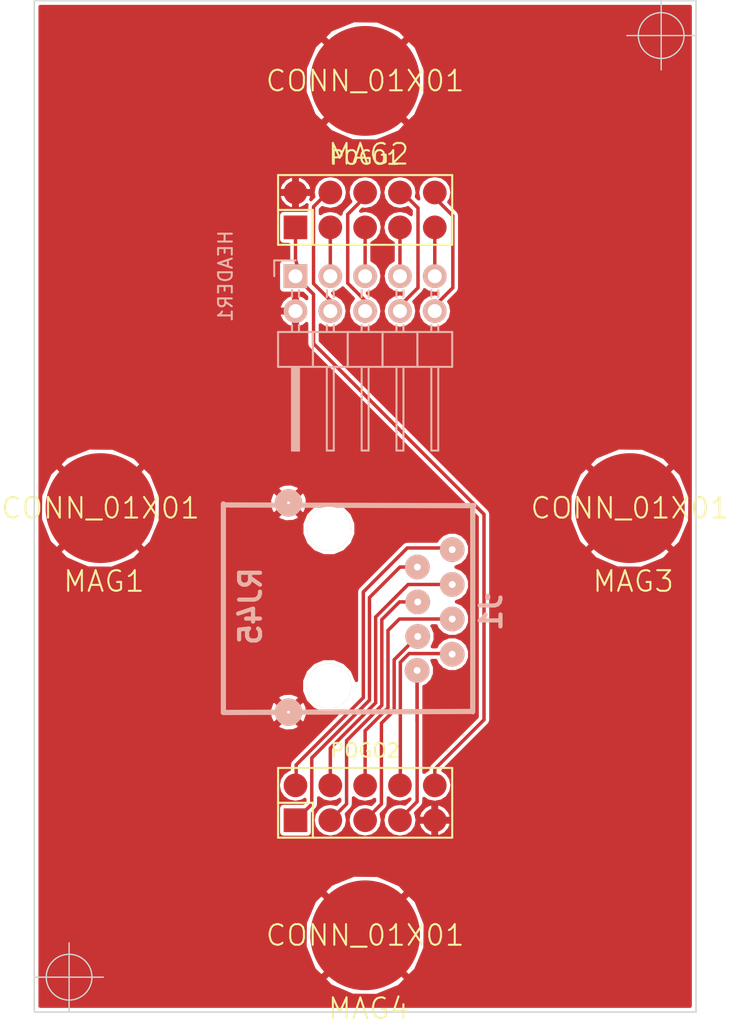
<source format=kicad_pcb>
(kicad_pcb (version 4) (host pcbnew "(after 2015-may-01 BZR unknown)-product")

  (general
    (links 26)
    (no_connects 0)
    (area 201.341001 56.619999 254.999 131.401)
    (thickness 1.6)
    (drawings 6)
    (tracks 107)
    (zones 0)
    (modules 8)
    (nets 19)
  )

  (page A4)
  (layers
    (0 F.Cu signal)
    (31 B.Cu signal)
    (32 B.Adhes user)
    (33 F.Adhes user)
    (34 B.Paste user)
    (35 F.Paste user)
    (36 B.SilkS user)
    (37 F.SilkS user)
    (38 B.Mask user)
    (39 F.Mask user)
    (40 Dwgs.User user)
    (41 Cmts.User user)
    (42 Eco1.User user)
    (43 Eco2.User user)
    (44 Edge.Cuts user)
    (45 Margin user)
    (46 B.CrtYd user)
    (47 F.CrtYd user)
    (48 B.Fab user)
    (49 F.Fab user)
  )

  (setup
    (last_trace_width 0.25)
    (trace_clearance 0.2)
    (zone_clearance 0.254)
    (zone_45_only no)
    (trace_min 0.2)
    (segment_width 0.2)
    (edge_width 0.1)
    (via_size 0.6)
    (via_drill 0.4)
    (via_min_size 0.4)
    (via_min_drill 0.3)
    (uvia_size 0.3)
    (uvia_drill 0.1)
    (uvias_allowed no)
    (uvia_min_size 0.2)
    (uvia_min_drill 0.1)
    (pcb_text_width 0.3)
    (pcb_text_size 1.5 1.5)
    (mod_edge_width 0.15)
    (mod_text_size 1 1)
    (mod_text_width 0.15)
    (pad_size 8.001 8.001)
    (pad_drill 0)
    (pad_to_mask_clearance 0)
    (aux_axis_origin 204.02 130.39)
    (grid_origin 204.02 130.39)
    (visible_elements FFFFFF7F)
    (pcbplotparams
      (layerselection 0x01000_00000001)
      (usegerberextensions false)
      (excludeedgelayer true)
      (linewidth 0.100000)
      (plotframeref false)
      (viasonmask false)
      (mode 1)
      (useauxorigin false)
      (hpglpennumber 1)
      (hpglpenspeed 20)
      (hpglpendiameter 15)
      (hpglpenoverlay 2)
      (psnegative false)
      (psa4output false)
      (plotreference true)
      (plotvalue true)
      (plotinvisibletext false)
      (padsonsilk false)
      (subtractmaskfromsilk false)
      (outputformat 1)
      (mirror false)
      (drillshape 0)
      (scaleselection 1)
      (outputdirectory outputs/))
  )

  (net 0 "")
  (net 1 "Net-(HEADER1-Pad3)")
  (net 2 "Net-(HEADER1-Pad4)")
  (net 3 "Net-(HEADER1-Pad5)")
  (net 4 "Net-(HEADER1-Pad6)")
  (net 5 "Net-(HEADER1-Pad7)")
  (net 6 "Net-(HEADER1-Pad8)")
  (net 7 "Net-(J1-Pad7)")
  (net 8 "Net-(J1-Pad5)")
  (net 9 "Net-(J1-Pad3)")
  (net 10 "Net-(J1-Pad1)")
  (net 11 "Net-(J1-Pad8)")
  (net 12 "Net-(J1-Pad6)")
  (net 13 "Net-(J1-Pad4)")
  (net 14 "Net-(J1-Pad2)")
  (net 15 GND)
  (net 16 +5V)
  (net 17 "Net-(HEADER1-Pad9)")
  (net 18 "Net-(HEADER1-Pad10)")

  (net_class Default "This is the default net class."
    (clearance 0.2)
    (trace_width 0.25)
    (via_dia 0.6)
    (via_drill 0.4)
    (uvia_dia 0.3)
    (uvia_drill 0.1)
    (add_net +5V)
    (add_net GND)
    (add_net "Net-(HEADER1-Pad10)")
    (add_net "Net-(HEADER1-Pad3)")
    (add_net "Net-(HEADER1-Pad4)")
    (add_net "Net-(HEADER1-Pad5)")
    (add_net "Net-(HEADER1-Pad6)")
    (add_net "Net-(HEADER1-Pad7)")
    (add_net "Net-(HEADER1-Pad8)")
    (add_net "Net-(HEADER1-Pad9)")
    (add_net "Net-(J1-Pad1)")
    (add_net "Net-(J1-Pad2)")
    (add_net "Net-(J1-Pad3)")
    (add_net "Net-(J1-Pad4)")
    (add_net "Net-(J1-Pad5)")
    (add_net "Net-(J1-Pad6)")
    (add_net "Net-(J1-Pad7)")
    (add_net "Net-(J1-Pad8)")
  )

  (module Pin_Headers:Pin_Header_Angled_2x05 placed (layer B.Cu) (tedit 0) (tstamp 55582768)
    (at 223.09 76.736 270)
    (descr "Through hole pin header")
    (tags "pin header")
    (path /55581036)
    (fp_text reference HEADER1 (at 0 5.1 270) (layer B.SilkS)
      (effects (font (size 1 1) (thickness 0.15)) (justify mirror))
    )
    (fp_text value CONN_02X05 (at 0 3.1 270) (layer B.Fab)
      (effects (font (size 1 1) (thickness 0.15)) (justify mirror))
    )
    (fp_line (start -1.35 1.75) (end -1.35 -11.95) (layer B.CrtYd) (width 0.05))
    (fp_line (start 13.2 1.75) (end 13.2 -11.95) (layer B.CrtYd) (width 0.05))
    (fp_line (start -1.35 1.75) (end 13.2 1.75) (layer B.CrtYd) (width 0.05))
    (fp_line (start -1.35 -11.95) (end 13.2 -11.95) (layer B.CrtYd) (width 0.05))
    (fp_line (start 1.524 -10.414) (end 1.016 -10.414) (layer B.SilkS) (width 0.15))
    (fp_line (start 1.524 -9.906) (end 1.016 -9.906) (layer B.SilkS) (width 0.15))
    (fp_line (start 1.524 -7.874) (end 1.016 -7.874) (layer B.SilkS) (width 0.15))
    (fp_line (start 1.524 -7.366) (end 1.016 -7.366) (layer B.SilkS) (width 0.15))
    (fp_line (start 1.524 0.254) (end 1.016 0.254) (layer B.SilkS) (width 0.15))
    (fp_line (start 1.524 -0.254) (end 1.016 -0.254) (layer B.SilkS) (width 0.15))
    (fp_line (start 1.524 -5.334) (end 1.016 -5.334) (layer B.SilkS) (width 0.15))
    (fp_line (start 1.524 -4.826) (end 1.016 -4.826) (layer B.SilkS) (width 0.15))
    (fp_line (start 1.524 -2.794) (end 1.016 -2.794) (layer B.SilkS) (width 0.15))
    (fp_line (start 1.524 -2.286) (end 1.016 -2.286) (layer B.SilkS) (width 0.15))
    (fp_line (start 4.064 -10.414) (end 3.556 -10.414) (layer B.SilkS) (width 0.15))
    (fp_line (start 4.064 -9.906) (end 3.556 -9.906) (layer B.SilkS) (width 0.15))
    (fp_line (start 4.064 0.254) (end 3.556 0.254) (layer B.SilkS) (width 0.15))
    (fp_line (start 4.064 -0.254) (end 3.556 -0.254) (layer B.SilkS) (width 0.15))
    (fp_line (start 4.064 -2.286) (end 3.556 -2.286) (layer B.SilkS) (width 0.15))
    (fp_line (start 4.064 -2.794) (end 3.556 -2.794) (layer B.SilkS) (width 0.15))
    (fp_line (start 4.064 -7.874) (end 3.556 -7.874) (layer B.SilkS) (width 0.15))
    (fp_line (start 4.064 -7.366) (end 3.556 -7.366) (layer B.SilkS) (width 0.15))
    (fp_line (start 4.064 -5.334) (end 3.556 -5.334) (layer B.SilkS) (width 0.15))
    (fp_line (start 4.064 -4.826) (end 3.556 -4.826) (layer B.SilkS) (width 0.15))
    (fp_line (start 0 1.55) (end -1.15 1.55) (layer B.SilkS) (width 0.15))
    (fp_line (start -1.15 1.55) (end -1.15 0) (layer B.SilkS) (width 0.15))
    (fp_line (start 6.604 0.127) (end 12.573 0.127) (layer B.SilkS) (width 0.15))
    (fp_line (start 12.573 0.127) (end 12.573 -0.127) (layer B.SilkS) (width 0.15))
    (fp_line (start 12.573 -0.127) (end 6.731 -0.127) (layer B.SilkS) (width 0.15))
    (fp_line (start 6.731 -0.127) (end 6.731 0) (layer B.SilkS) (width 0.15))
    (fp_line (start 6.731 0) (end 12.573 0) (layer B.SilkS) (width 0.15))
    (fp_line (start 4.064 -8.89) (end 6.604 -8.89) (layer B.SilkS) (width 0.15))
    (fp_line (start 4.064 -8.89) (end 4.064 -11.43) (layer B.SilkS) (width 0.15))
    (fp_line (start 6.604 -9.906) (end 12.7 -9.906) (layer B.SilkS) (width 0.15))
    (fp_line (start 12.7 -9.906) (end 12.7 -10.414) (layer B.SilkS) (width 0.15))
    (fp_line (start 12.7 -10.414) (end 6.604 -10.414) (layer B.SilkS) (width 0.15))
    (fp_line (start 6.604 -11.43) (end 6.604 -8.89) (layer B.SilkS) (width 0.15))
    (fp_line (start 4.064 -11.43) (end 6.604 -11.43) (layer B.SilkS) (width 0.15))
    (fp_line (start 4.064 -3.81) (end 6.604 -3.81) (layer B.SilkS) (width 0.15))
    (fp_line (start 4.064 -3.81) (end 4.064 -6.35) (layer B.SilkS) (width 0.15))
    (fp_line (start 4.064 -6.35) (end 6.604 -6.35) (layer B.SilkS) (width 0.15))
    (fp_line (start 6.604 -4.826) (end 12.7 -4.826) (layer B.SilkS) (width 0.15))
    (fp_line (start 12.7 -4.826) (end 12.7 -5.334) (layer B.SilkS) (width 0.15))
    (fp_line (start 12.7 -5.334) (end 6.604 -5.334) (layer B.SilkS) (width 0.15))
    (fp_line (start 6.604 -6.35) (end 6.604 -3.81) (layer B.SilkS) (width 0.15))
    (fp_line (start 6.604 -8.89) (end 6.604 -6.35) (layer B.SilkS) (width 0.15))
    (fp_line (start 12.7 -7.874) (end 6.604 -7.874) (layer B.SilkS) (width 0.15))
    (fp_line (start 12.7 -7.366) (end 12.7 -7.874) (layer B.SilkS) (width 0.15))
    (fp_line (start 6.604 -7.366) (end 12.7 -7.366) (layer B.SilkS) (width 0.15))
    (fp_line (start 4.064 -8.89) (end 6.604 -8.89) (layer B.SilkS) (width 0.15))
    (fp_line (start 4.064 -6.35) (end 4.064 -8.89) (layer B.SilkS) (width 0.15))
    (fp_line (start 4.064 -6.35) (end 6.604 -6.35) (layer B.SilkS) (width 0.15))
    (fp_line (start 4.064 -1.27) (end 6.604 -1.27) (layer B.SilkS) (width 0.15))
    (fp_line (start 4.064 -1.27) (end 4.064 -3.81) (layer B.SilkS) (width 0.15))
    (fp_line (start 4.064 -3.81) (end 6.604 -3.81) (layer B.SilkS) (width 0.15))
    (fp_line (start 6.604 -2.286) (end 12.7 -2.286) (layer B.SilkS) (width 0.15))
    (fp_line (start 12.7 -2.286) (end 12.7 -2.794) (layer B.SilkS) (width 0.15))
    (fp_line (start 12.7 -2.794) (end 6.604 -2.794) (layer B.SilkS) (width 0.15))
    (fp_line (start 6.604 -3.81) (end 6.604 -1.27) (layer B.SilkS) (width 0.15))
    (fp_line (start 6.604 -1.27) (end 6.604 1.27) (layer B.SilkS) (width 0.15))
    (fp_line (start 12.7 -0.254) (end 6.604 -0.254) (layer B.SilkS) (width 0.15))
    (fp_line (start 12.7 0.254) (end 12.7 -0.254) (layer B.SilkS) (width 0.15))
    (fp_line (start 6.604 0.254) (end 12.7 0.254) (layer B.SilkS) (width 0.15))
    (fp_line (start 4.064 -1.27) (end 6.604 -1.27) (layer B.SilkS) (width 0.15))
    (fp_line (start 4.064 1.27) (end 4.064 -1.27) (layer B.SilkS) (width 0.15))
    (fp_line (start 4.064 1.27) (end 6.604 1.27) (layer B.SilkS) (width 0.15))
    (pad 1 thru_hole rect (at 0 0 270) (size 1.7272 1.7272) (drill 1.016) (layers *.Cu *.Mask B.SilkS)
      (net 16 +5V))
    (pad 2 thru_hole oval (at 2.54 0 270) (size 1.7272 1.7272) (drill 1.016) (layers *.Cu *.Mask B.SilkS)
      (net 15 GND))
    (pad 3 thru_hole oval (at 0 -2.54 270) (size 1.7272 1.7272) (drill 1.016) (layers *.Cu *.Mask B.SilkS)
      (net 1 "Net-(HEADER1-Pad3)"))
    (pad 4 thru_hole oval (at 2.54 -2.54 270) (size 1.7272 1.7272) (drill 1.016) (layers *.Cu *.Mask B.SilkS)
      (net 2 "Net-(HEADER1-Pad4)"))
    (pad 5 thru_hole oval (at 0 -5.08 270) (size 1.7272 1.7272) (drill 1.016) (layers *.Cu *.Mask B.SilkS)
      (net 3 "Net-(HEADER1-Pad5)"))
    (pad 6 thru_hole oval (at 2.54 -5.08 270) (size 1.7272 1.7272) (drill 1.016) (layers *.Cu *.Mask B.SilkS)
      (net 4 "Net-(HEADER1-Pad6)"))
    (pad 7 thru_hole oval (at 0 -7.62 270) (size 1.7272 1.7272) (drill 1.016) (layers *.Cu *.Mask B.SilkS)
      (net 5 "Net-(HEADER1-Pad7)"))
    (pad 8 thru_hole oval (at 2.54 -7.62 270) (size 1.7272 1.7272) (drill 1.016) (layers *.Cu *.Mask B.SilkS)
      (net 6 "Net-(HEADER1-Pad8)"))
    (pad 9 thru_hole oval (at 0 -10.16 270) (size 1.7272 1.7272) (drill 1.016) (layers *.Cu *.Mask B.SilkS)
      (net 17 "Net-(HEADER1-Pad9)"))
    (pad 10 thru_hole oval (at 2.54 -10.16 270) (size 1.7272 1.7272) (drill 1.016) (layers *.Cu *.Mask B.SilkS)
      (net 18 "Net-(HEADER1-Pad10)"))
    (model Pin_Headers.3dshapes/Pin_Header_Angled_2x05.wrl
      (at (xyz 0.05 -0.2 0))
      (scale (xyz 1 1 1))
      (rotate (xyz 0 0 90))
    )
  )

  (module quadcopter_footprints:8mmMagnet locked (layer F.Cu) (tedit 54EBE0F4) (tstamp 5558277D)
    (at 208.866 93.627)
    (path /5558361D)
    (fp_text reference MAG1 (at 0.254 5.334) (layer F.SilkS)
      (effects (font (size 1.5 1.5) (thickness 0.15)))
    )
    (fp_text value CONN_01X01 (at 0 0) (layer F.SilkS)
      (effects (font (size 1.5 1.5) (thickness 0.15)))
    )
    (pad 1 smd circle (at 0 0) (size 8.001 8.001) (layers F.Cu F.Paste F.Mask)
      (net 15 GND))
  )

  (module quadcopter_footprints:8mmMagnet locked (layer F.Cu) (tedit 54EBE0F4) (tstamp 55582782)
    (at 228.17 62.512)
    (path /555835E3)
    (fp_text reference MAG2 (at 0.254 5.334) (layer F.SilkS)
      (effects (font (size 1.5 1.5) (thickness 0.15)))
    )
    (fp_text value CONN_01X01 (at 0 0) (layer F.SilkS)
      (effects (font (size 1.5 1.5) (thickness 0.15)))
    )
    (pad 1 smd circle (at 0 0) (size 8.001 8.001) (layers F.Cu F.Paste F.Mask)
      (net 15 GND))
  )

  (module quadcopter_footprints:8mmMagnet locked (layer F.Cu) (tedit 54EBE0F4) (tstamp 55582787)
    (at 247.474 93.627)
    (path /555833C6)
    (fp_text reference MAG3 (at 0.254 5.334) (layer F.SilkS)
      (effects (font (size 1.5 1.5) (thickness 0.15)))
    )
    (fp_text value CONN_01X01 (at 0 0) (layer F.SilkS)
      (effects (font (size 1.5 1.5) (thickness 0.15)))
    )
    (pad 1 smd circle (at 0 0) (size 8.001 8.001) (layers F.Cu F.Paste F.Mask)
      (net 15 GND))
  )

  (module quadcopter_footprints:8mmMagnet locked (layer F.Cu) (tedit 54EBE0F4) (tstamp 5558278C)
    (at 228.17 124.742)
    (path /55583589)
    (fp_text reference MAG4 (at 0.254 5.334) (layer F.SilkS)
      (effects (font (size 1.5 1.5) (thickness 0.15)))
    )
    (fp_text value CONN_01X01 (at 0 0) (layer F.SilkS)
      (effects (font (size 1.5 1.5) (thickness 0.15)))
    )
    (pad 1 smd circle (at 0 0) (size 8.001 8.001) (layers F.Cu F.Paste F.Mask)
      (net 15 GND))
  )

  (module quadcopter_footprints:Pin_Header_Straight_2x05_SMD locked (layer F.Cu) (tedit 54EA6737) (tstamp 5558677B)
    (at 228.17 71.91)
    (descr "Through hole pin header")
    (tags "pin header")
    (path /555811EF)
    (fp_text reference POGO1 (at 0 -3.81) (layer F.SilkS)
      (effects (font (size 1 1) (thickness 0.15)))
    )
    (fp_text value CONN_02X05 (at 0 0) (layer F.SilkS) hide
      (effects (font (size 1 1) (thickness 0.15)))
    )
    (fp_line (start -6.35 -2.54) (end 6.35 -2.54) (layer F.SilkS) (width 0.15))
    (fp_line (start 6.35 -2.54) (end 6.35 2.54) (layer F.SilkS) (width 0.15))
    (fp_line (start 6.35 2.54) (end -3.81 2.54) (layer F.SilkS) (width 0.15))
    (fp_line (start -6.35 -2.54) (end -6.35 0) (layer F.SilkS) (width 0.15))
    (fp_line (start -6.35 2.54) (end -3.81 2.54) (layer F.SilkS) (width 0.15))
    (fp_line (start -6.35 0) (end -3.81 0) (layer F.SilkS) (width 0.15))
    (fp_line (start -3.81 0) (end -3.81 2.54) (layer F.SilkS) (width 0.15))
    (fp_line (start -6.35 2.54) (end -6.35 0) (layer F.SilkS) (width 0.15))
    (pad 1 smd rect (at -5.08 1.27) (size 1.7272 1.7272) (layers F.Cu F.Paste F.Mask)
      (net 16 +5V))
    (pad 2 smd oval (at -5.08 -1.27) (size 1.7272 1.7272) (layers F.Cu F.Paste F.Mask)
      (net 15 GND))
    (pad 3 smd oval (at -2.54 1.27) (size 1.7272 1.7272) (layers F.Cu F.Paste F.Mask)
      (net 1 "Net-(HEADER1-Pad3)"))
    (pad 4 smd oval (at -2.54 -1.27) (size 1.7272 1.7272) (layers F.Cu F.Paste F.Mask)
      (net 2 "Net-(HEADER1-Pad4)"))
    (pad 5 smd oval (at 0 1.27) (size 1.7272 1.7272) (layers F.Cu F.Paste F.Mask)
      (net 3 "Net-(HEADER1-Pad5)"))
    (pad 6 smd oval (at 0 -1.27) (size 1.7272 1.7272) (layers F.Cu F.Paste F.Mask)
      (net 4 "Net-(HEADER1-Pad6)"))
    (pad 7 smd oval (at 2.54 1.27) (size 1.7272 1.7272) (layers F.Cu F.Paste F.Mask)
      (net 5 "Net-(HEADER1-Pad7)"))
    (pad 8 smd oval (at 2.54 -1.27) (size 1.7272 1.7272) (layers F.Cu F.Paste F.Mask)
      (net 6 "Net-(HEADER1-Pad8)"))
    (pad 9 smd oval (at 5.08 1.27) (size 1.7272 1.7272) (layers F.Cu F.Paste F.Mask)
      (net 17 "Net-(HEADER1-Pad9)"))
    (pad 10 smd oval (at 5.08 -1.27) (size 1.7272 1.7272) (layers F.Cu F.Paste F.Mask)
      (net 18 "Net-(HEADER1-Pad10)"))
    (model Pin_Headers/Pin_Header_Straight_2x05.wrl
      (at (xyz 0 0 0))
      (scale (xyz 1 1 1))
      (rotate (xyz 0 0 0))
    )
  )

  (module quadcopter_footprints:Pin_Header_Straight_2x05_SMD locked (layer F.Cu) (tedit 54EA6737) (tstamp 55586789)
    (at 228.17 115.09)
    (descr "Through hole pin header")
    (tags "pin header")
    (path /55581191)
    (fp_text reference POGO2 (at 0 -3.81) (layer F.SilkS)
      (effects (font (size 1 1) (thickness 0.15)))
    )
    (fp_text value CONN_02X05 (at 0 0) (layer F.SilkS) hide
      (effects (font (size 1 1) (thickness 0.15)))
    )
    (fp_line (start -6.35 -2.54) (end 6.35 -2.54) (layer F.SilkS) (width 0.15))
    (fp_line (start 6.35 -2.54) (end 6.35 2.54) (layer F.SilkS) (width 0.15))
    (fp_line (start 6.35 2.54) (end -3.81 2.54) (layer F.SilkS) (width 0.15))
    (fp_line (start -6.35 -2.54) (end -6.35 0) (layer F.SilkS) (width 0.15))
    (fp_line (start -6.35 2.54) (end -3.81 2.54) (layer F.SilkS) (width 0.15))
    (fp_line (start -6.35 0) (end -3.81 0) (layer F.SilkS) (width 0.15))
    (fp_line (start -3.81 0) (end -3.81 2.54) (layer F.SilkS) (width 0.15))
    (fp_line (start -6.35 2.54) (end -6.35 0) (layer F.SilkS) (width 0.15))
    (pad 1 smd rect (at -5.08 1.27) (size 1.7272 1.7272) (layers F.Cu F.Paste F.Mask)
      (net 7 "Net-(J1-Pad7)"))
    (pad 2 smd oval (at -5.08 -1.27) (size 1.7272 1.7272) (layers F.Cu F.Paste F.Mask)
      (net 11 "Net-(J1-Pad8)"))
    (pad 3 smd oval (at -2.54 1.27) (size 1.7272 1.7272) (layers F.Cu F.Paste F.Mask)
      (net 8 "Net-(J1-Pad5)"))
    (pad 4 smd oval (at -2.54 -1.27) (size 1.7272 1.7272) (layers F.Cu F.Paste F.Mask)
      (net 12 "Net-(J1-Pad6)"))
    (pad 5 smd oval (at 0 1.27) (size 1.7272 1.7272) (layers F.Cu F.Paste F.Mask)
      (net 9 "Net-(J1-Pad3)"))
    (pad 6 smd oval (at 0 -1.27) (size 1.7272 1.7272) (layers F.Cu F.Paste F.Mask)
      (net 13 "Net-(J1-Pad4)"))
    (pad 7 smd oval (at 2.54 1.27) (size 1.7272 1.7272) (layers F.Cu F.Paste F.Mask)
      (net 10 "Net-(J1-Pad1)"))
    (pad 8 smd oval (at 2.54 -1.27) (size 1.7272 1.7272) (layers F.Cu F.Paste F.Mask)
      (net 14 "Net-(J1-Pad2)"))
    (pad 9 smd oval (at 5.08 1.27) (size 1.7272 1.7272) (layers F.Cu F.Paste F.Mask)
      (net 15 GND))
    (pad 10 smd oval (at 5.08 -1.27) (size 1.7272 1.7272) (layers F.Cu F.Paste F.Mask)
      (net 16 +5V))
    (model Pin_Headers/Pin_Header_Straight_2x05.wrl
      (at (xyz 0 0 0))
      (scale (xyz 1 1 1))
      (rotate (xyz 0 0 0))
    )
  )

  (module quadcopter_footprints:RJ45 placed (layer B.Cu) (tedit 55599EA0) (tstamp 55582778)
    (at 231.98 101.12 90)
    (tags RJ45)
    (path /55581526)
    (fp_text reference J1 (at -0.10668 5.3721 90) (layer B.SilkS)
      (effects (font (thickness 0.3048)) (justify mirror))
    )
    (fp_text value RJ45 (at 0.3556 -12.1666 90) (layer B.SilkS)
      (effects (font (thickness 0.3048)) (justify mirror))
    )
    (fp_line (start 1.0668 5.1308) (end 0.9652 5.1308) (layer B.SilkS) (width 0.381))
    (fp_line (start -7.3152 3.9878) (end -7.3914 -14.1478) (layer B.SilkS) (width 0.381))
    (fp_line (start -7.3914 -14.1478) (end 7.7978 -14.1478) (layer B.SilkS) (width 0.381))
    (fp_line (start 7.7216 -13.5382) (end 7.7216 -14.1478) (layer B.SilkS) (width 0.381))
    (fp_line (start 7.6708 4.1148) (end 7.7216 -13.5636) (layer B.SilkS) (width 0.381))
    (fp_line (start 7.6708 4.0386) (end -7.3406 4.0386) (layer B.SilkS) (width 0.381))
    (pad A thru_hole circle (at -5.461 -6.4516 90) (size 3.2512 3.2512) (drill 3.2512) (layers *.Cu *.SilkS *.Mask B.Adhes))
    (pad B thru_hole circle (at 5.9944 -6.4516 90) (size 3.2004 3.2004) (drill 3.2004) (layers *.Cu *.SilkS *.Mask B.Adhes))
    (pad 7 thru_hole circle (at 3.2004 0 90) (size 1.8 1.8) (drill 0.5) (layers *.Cu *.Mask B.SilkS)
      (net 7 "Net-(J1-Pad7)"))
    (pad 5 thru_hole circle (at 0.6604 0.0254 90) (size 1.8 1.8) (drill 0.5) (layers *.Cu *.Mask B.SilkS)
      (net 8 "Net-(J1-Pad5)"))
    (pad 3 thru_hole circle (at -1.8542 0.0254 90) (size 1.8 1.8) (drill 0.5) (layers *.Cu *.Mask B.SilkS)
      (net 9 "Net-(J1-Pad3)"))
    (pad 1 thru_hole circle (at -4.32816 -0.01778 90) (size 1.8 1.8) (drill 0.5) (layers *.Cu *.Mask B.SilkS)
      (net 10 "Net-(J1-Pad1)"))
    (pad 8 thru_hole circle (at 4.4704 2.54 90) (size 1.8 1.8) (drill 0.5) (layers *.Cu *.Mask B.SilkS)
      (net 11 "Net-(J1-Pad8)"))
    (pad 6 thru_hole circle (at 1.9304 2.54 90) (size 1.8 1.8) (drill 0.5) (layers *.Cu *.Mask B.SilkS)
      (net 12 "Net-(J1-Pad6)"))
    (pad 4 thru_hole circle (at -0.5842 2.54 90) (size 1.8 1.8) (drill 0.5) (layers *.Cu *.Mask B.SilkS)
      (net 13 "Net-(J1-Pad4)"))
    (pad 2 thru_hole circle (at -3.1496 2.54 90) (size 1.8 1.8) (drill 0.5) (layers *.Cu *.Mask B.SilkS)
      (net 14 "Net-(J1-Pad2)"))
    (pad 9 thru_hole circle (at -7.366 -9.398 90) (size 2 2) (drill 0.2) (layers *.Cu *.Mask B.SilkS)
      (net 15 GND))
    (pad 9 thru_hole circle (at 7.874 -9.398 90) (size 2 2) (drill 0.2) (layers *.Cu *.Mask B.SilkS)
      (net 15 GND))
    (model r_con_rj/rj45_tfn1_88p.wrl
      (at (xyz 0 0 0))
      (scale (xyz 1 1 1))
      (rotate (xyz 0 0 0))
    )
  )

  (gr_line (start 252.3 130.33) (end 204.04 130.33) (angle 90) (layer Edge.Cuts) (width 0.1))
  (gr_line (start 252.3 56.67) (end 252.3 130.33) (angle 90) (layer Edge.Cuts) (width 0.1))
  (gr_line (start 204.04 56.67) (end 252.3 56.67) (angle 90) (layer Edge.Cuts) (width 0.1))
  (gr_line (start 204.04 130.33) (end 204.04 56.67) (angle 90) (layer Edge.Cuts) (width 0.1))
  (target plus (at 206.58 127.79) (size 5) (width 0.1) (layer Edge.Cuts))
  (target plus (at 249.76 59.21) (size 5) (width 0.1) (layer Edge.Cuts))

  (segment (start 225.63 73.18) (end 225.63 74.3689) (width 0.25) (layer F.Cu) (net 1))
  (segment (start 225.63 74.3689) (end 225.63 74.3689) (width 0.25) (layer F.Cu) (net 1))
  (segment (start 225.63 74.3689) (end 225.63 76.736) (width 0.25) (layer F.Cu) (net 1))
  (segment (start 225.63 70.4495) (end 225.63 70.259) (width 0.25) (layer F.Cu) (net 2))
  (segment (start 225.63 70.64) (end 225.63 70.4495) (width 0.25) (layer F.Cu) (net 2))
  (segment (start 224.406 71.6735) (end 225.63 70.4495) (width 0.25) (layer F.Cu) (net 2))
  (segment (start 225.63 78.49513) (end 224.406 77.27113) (width 0.25) (layer F.Cu) (net 2))
  (segment (start 224.406 77.27113) (end 224.406 71.6735) (width 0.25) (layer F.Cu) (net 2))
  (segment (start 225.63 79.149) (end 225.63 78.49513) (width 0.25) (layer F.Cu) (net 2))
  (segment (start 225.757 79.276) (end 225.63 79.149) (width 0.25) (layer F.Cu) (net 2))
  (segment (start 228.17 73.18) (end 228.17 74.3689) (width 0.25) (layer F.Cu) (net 3))
  (segment (start 228.17 74.3689) (end 228.17 74.3689) (width 0.25) (layer F.Cu) (net 3))
  (segment (start 228.17 74.3689) (end 228.17 76.736) (width 0.25) (layer F.Cu) (net 3))
  (segment (start 228.17 70.9584) (end 228.17 71.2769) (width 0.25) (layer F.Cu) (net 4))
  (segment (start 228.17 70.64) (end 228.17 70.9584) (width 0.25) (layer F.Cu) (net 4))
  (segment (start 228.297 78.641) (end 228.297 79.276) (width 0.25) (layer F.Cu) (net 4))
  (segment (start 226.9 77.244) (end 228.297 78.641) (width 0.25) (layer F.Cu) (net 4))
  (segment (start 226.9 72.2284) (end 226.9 77.244) (width 0.25) (layer F.Cu) (net 4))
  (segment (start 228.17 70.9584) (end 226.9 72.2284) (width 0.25) (layer F.Cu) (net 4))
  (segment (start 230.71 73.18) (end 230.71 74.3689) (width 0.25) (layer F.Cu) (net 5))
  (segment (start 230.71 74.3689) (end 230.71 74.3689) (width 0.25) (layer F.Cu) (net 5))
  (segment (start 230.71 74.3689) (end 230.71 76.736) (width 0.25) (layer F.Cu) (net 5))
  (segment (start 230.896 70.64) (end 231.082 70.64) (width 0.25) (layer F.Cu) (net 6))
  (segment (start 230.71 70.64) (end 230.896 70.64) (width 0.25) (layer F.Cu) (net 6))
  (segment (start 232.0259 77.5791) (end 232.0259 71.7699) (width 0.25) (layer F.Cu) (net 6))
  (segment (start 230.71 78.895) (end 232.0259 77.5791) (width 0.25) (layer F.Cu) (net 6))
  (segment (start 232.0259 71.7699) (end 230.896 70.64) (width 0.25) (layer F.Cu) (net 6))
  (segment (start 230.71 79.149) (end 230.71 78.895) (width 0.25) (layer F.Cu) (net 6))
  (segment (start 230.837 79.276) (end 230.71 79.149) (width 0.25) (layer F.Cu) (net 6))
  (segment (start 230.707208 97.9196) (end 231.98 97.9196) (width 0.25) (layer F.Cu) (net 7))
  (segment (start 228.487168 107.619242) (end 228.487168 100.13964) (width 0.25) (layer F.Cu) (net 7))
  (segment (start 224.278601 111.827809) (end 228.487168 107.619242) (width 0.25) (layer F.Cu) (net 7))
  (segment (start 224.278601 115.191399) (end 224.278601 111.827809) (width 0.25) (layer F.Cu) (net 7))
  (segment (start 223.64 115.83) (end 224.278601 115.191399) (width 0.25) (layer F.Cu) (net 7))
  (segment (start 223.62 115.83) (end 223.64 115.83) (width 0.25) (layer F.Cu) (net 7))
  (segment (start 228.487168 100.13964) (end 230.707208 97.9196) (width 0.25) (layer F.Cu) (net 7))
  (segment (start 223.09 116.36) (end 223.62 115.83) (width 0.25) (layer F.Cu) (net 7))
  (segment (start 225.63 116.36) (end 225.63 116.233) (width 0.25) (layer F.Cu) (net 8))
  (segment (start 226.818601 115.171399) (end 226.493599 115.496401) (width 0.25) (layer F.Cu) (net 8))
  (segment (start 232.0054 100.4596) (end 230.67399 100.4596) (width 0.25) (layer F.Cu) (net 8))
  (segment (start 230.67399 100.4596) (end 229.387188 101.746402) (width 0.25) (layer F.Cu) (net 8))
  (segment (start 229.387188 101.746402) (end 229.387188 107.992042) (width 0.25) (layer F.Cu) (net 8))
  (segment (start 226.818601 110.560629) (end 226.818601 115.171399) (width 0.25) (layer F.Cu) (net 8))
  (segment (start 229.387188 107.992042) (end 226.818601 110.560629) (width 0.25) (layer F.Cu) (net 8))
  (segment (start 226.493599 115.496401) (end 225.63 116.36) (width 0.25) (layer F.Cu) (net 8))
  (segment (start 228.424 116.233) (end 228.424 115.725) (width 0.25) (layer F.Cu) (net 9))
  (segment (start 228.297 116.233) (end 228.424 116.233) (width 0.25) (layer F.Cu) (net 9))
  (segment (start 228.17 116.36) (end 228.297 116.233) (width 0.25) (layer F.Cu) (net 9))
  (segment (start 232.0054 102.9742) (end 231.986768 102.9742) (width 0.25) (layer F.Cu) (net 9))
  (segment (start 230.287209 104.673759) (end 230.287209 108.364841) (width 0.25) (layer F.Cu) (net 9))
  (segment (start 230.287209 108.364841) (end 229.358601 109.293449) (width 0.25) (layer F.Cu) (net 9))
  (segment (start 229.358601 109.293449) (end 229.358601 115.171399) (width 0.25) (layer F.Cu) (net 9))
  (segment (start 229.358601 115.171399) (end 229.033599 115.496401) (width 0.25) (layer F.Cu) (net 9))
  (segment (start 229.033599 115.496401) (end 228.17 116.36) (width 0.25) (layer F.Cu) (net 9))
  (segment (start 231.986768 102.9742) (end 230.287209 104.673759) (width 0.25) (layer F.Cu) (net 9))
  (segment (start 231.962 109.1522) (end 231.9622 109.152) (width 0.25) (layer F.Cu) (net 10))
  (segment (start 231.9622 109.152) (end 231.9622 105.4482) (width 0.25) (layer F.Cu) (net 10))
  (segment (start 231.962 109.1522) (end 231.962 105.4482) (width 0.25) (layer F.Cu) (net 10))
  (segment (start 231.962 115.008) (end 231.962 109.1522) (width 0.25) (layer F.Cu) (net 10))
  (segment (start 230.837 116.233) (end 230.837 116.133) (width 0.25) (layer F.Cu) (net 10))
  (segment (start 230.837 116.133) (end 231.962 115.008) (width 0.25) (layer F.Cu) (net 10))
  (segment (start 230.71 116.36) (end 230.837 116.233) (width 0.25) (layer F.Cu) (net 10))
  (segment (start 223.1 113.83) (end 223.09 113.82) (width 0.25) (layer F.Cu) (net 11))
  (segment (start 223.14 113.83) (end 223.1 113.83) (width 0.25) (layer F.Cu) (net 11))
  (segment (start 228.037158 107.432842) (end 223.14 112.33) (width 0.25) (layer F.Cu) (net 11))
  (segment (start 231.24 96.53) (end 228.037158 99.732842) (width 0.25) (layer F.Cu) (net 11))
  (segment (start 234.04 96.53) (end 231.24 96.53) (width 0.25) (layer F.Cu) (net 11))
  (segment (start 234.1596 96.6496) (end 234.04 96.53) (width 0.25) (layer F.Cu) (net 11))
  (segment (start 223.14 112.33) (end 223.14 113.83) (width 0.25) (layer F.Cu) (net 11))
  (segment (start 228.037158 99.732842) (end 228.037158 107.432842) (width 0.25) (layer F.Cu) (net 11))
  (segment (start 234.52 96.6496) (end 234.1596 96.6496) (width 0.25) (layer F.Cu) (net 11))
  (segment (start 225.63 112.598686) (end 225.63 113.82) (width 0.25) (layer F.Cu) (net 12))
  (segment (start 231.30758 99.1896) (end 228.937178 101.560002) (width 0.25) (layer F.Cu) (net 12))
  (segment (start 228.937178 101.560002) (end 228.937178 107.805642) (width 0.25) (layer F.Cu) (net 12))
  (segment (start 225.63 111.11282) (end 225.63 112.598686) (width 0.25) (layer F.Cu) (net 12))
  (segment (start 234.52 99.1896) (end 231.30758 99.1896) (width 0.25) (layer F.Cu) (net 12))
  (segment (start 228.937178 107.805642) (end 225.63 111.11282) (width 0.25) (layer F.Cu) (net 12))
  (segment (start 228.17 112.598686) (end 228.17 113.82) (width 0.25) (layer F.Cu) (net 13))
  (segment (start 228.17 109.84564) (end 228.17 112.598686) (width 0.25) (layer F.Cu) (net 13))
  (segment (start 229.837198 108.178442) (end 228.17 109.84564) (width 0.25) (layer F.Cu) (net 13))
  (segment (start 229.837198 102.532802) (end 229.837198 108.178442) (width 0.25) (layer F.Cu) (net 13))
  (segment (start 230.6658 101.7042) (end 229.837198 102.532802) (width 0.25) (layer F.Cu) (net 13))
  (segment (start 234.52 101.7042) (end 230.6658 101.7042) (width 0.25) (layer F.Cu) (net 13))
  (segment (start 230.737219 113.592781) (end 230.61 113.72) (width 0.25) (layer F.Cu) (net 14))
  (segment (start 230.737219 104.860159) (end 230.737219 113.592781) (width 0.25) (layer F.Cu) (net 14))
  (segment (start 231.374219 104.223159) (end 230.737219 104.860159) (width 0.25) (layer F.Cu) (net 14))
  (segment (start 234.473559 104.223159) (end 231.374219 104.223159) (width 0.25) (layer F.Cu) (net 14))
  (segment (start 234.52 104.2696) (end 234.473559 104.223159) (width 0.25) (layer F.Cu) (net 14))
  (segment (start 223.471 76.736) (end 223.09 75.5471) (width 0.25) (layer F.Cu) (net 16))
  (segment (start 223.09 73.18) (end 223.09 75.4201) (width 0.25) (layer F.Cu) (net 16))
  (segment (start 223.09 75.4201) (end 223.09 75.5471) (width 0.25) (layer F.Cu) (net 16))
  (segment (start 223.47728 77.12328) (end 223.47728 76.621895) (width 0.25) (layer F.Cu) (net 16))
  (segment (start 224.4059 78.0519) (end 223.47728 77.12328) (width 0.25) (layer F.Cu) (net 16))
  (segment (start 224.4059 81.6427) (end 224.4059 78.0519) (width 0.25) (layer F.Cu) (net 16))
  (segment (start 236.84 94.0768) (end 224.4059 81.6427) (width 0.25) (layer F.Cu) (net 16))
  (segment (start 236.84 109.0411) (end 236.84 94.0768) (width 0.25) (layer F.Cu) (net 16))
  (segment (start 233.25 112.6311) (end 236.84 109.0411) (width 0.25) (layer F.Cu) (net 16))
  (segment (start 233.25 113.82) (end 233.25 112.6311) (width 0.25) (layer F.Cu) (net 16))
  (segment (start 233.25 73.18) (end 233.25 74.3689) (width 0.25) (layer F.Cu) (net 17))
  (segment (start 233.25 74.3689) (end 233.25 74.3689) (width 0.25) (layer F.Cu) (net 17))
  (segment (start 233.25 74.3689) (end 233.25 76.736) (width 0.25) (layer F.Cu) (net 17))
  (segment (start 233.123 79.022) (end 233.377 79.276) (width 0.25) (layer F.Cu) (net 18))
  (segment (start 234.5659 77.5791) (end 233.123 79.022) (width 0.25) (layer F.Cu) (net 18))
  (segment (start 234.5659 72.3369) (end 234.5659 77.5791) (width 0.25) (layer F.Cu) (net 18))
  (segment (start 233.377 71.148) (end 234.5659 72.3369) (width 0.25) (layer F.Cu) (net 18))
  (segment (start 233.377 70.767) (end 233.377 71.148) (width 0.25) (layer F.Cu) (net 18))
  (segment (start 233.25 70.64) (end 233.377 70.767) (width 0.25) (layer F.Cu) (net 18))

  (zone (net 15) (net_name GND) (layer F.Cu) (tstamp 555868F3) (hatch edge 0.508)
    (connect_pads (clearance 0.254))
    (min_thickness 0.254)
    (fill yes (arc_segments 16) (thermal_gap 0.254) (thermal_bridge_width 0.508))
    (polygon
      (pts
        (xy 252.3 130.33) (xy 252.3 56.67) (xy 204.04 56.67) (xy 204.04 130.33)
      )
    )
    (filled_polygon
      (pts
        (xy 251.869 129.899) (xy 251.864688 129.899) (xy 251.864688 92.803001) (xy 251.215137 91.18548) (xy 251.161341 91.104971)
        (xy 250.654032 90.626573) (xy 250.474427 90.806178) (xy 250.474427 90.446968) (xy 249.996029 89.939659) (xy 248.392967 89.255202)
        (xy 246.650001 89.236312) (xy 245.03248 89.885863) (xy 244.951971 89.939659) (xy 244.473573 90.446968) (xy 247.474 93.447395)
        (xy 250.474427 90.446968) (xy 250.474427 90.806178) (xy 247.653605 93.627) (xy 250.654032 96.627427) (xy 251.161341 96.149029)
        (xy 251.845798 94.545967) (xy 251.864688 92.803001) (xy 251.864688 129.899) (xy 250.474427 129.899) (xy 250.474427 96.807032)
        (xy 247.474 93.806605) (xy 247.294395 93.98621) (xy 247.294395 93.627) (xy 244.293968 90.626573) (xy 243.786659 91.104971)
        (xy 243.102202 92.708033) (xy 243.083312 94.450999) (xy 243.732863 96.06852) (xy 243.786659 96.149029) (xy 244.293968 96.627427)
        (xy 247.294395 93.627) (xy 247.294395 93.98621) (xy 244.473573 96.807032) (xy 244.951971 97.314341) (xy 246.555033 97.998798)
        (xy 248.297999 98.017688) (xy 249.91552 97.368137) (xy 249.996029 97.314341) (xy 250.474427 96.807032) (xy 250.474427 129.899)
        (xy 237.346 129.899) (xy 237.346 109.0411) (xy 237.346 94.0768) (xy 237.307483 93.883162) (xy 237.197796 93.719004)
        (xy 235.0719 91.593108) (xy 235.0719 77.5791) (xy 235.0719 72.3369) (xy 235.033383 72.143263) (xy 235.033383 72.143262)
        (xy 234.923696 71.979104) (xy 234.2787 71.334108) (xy 234.424243 71.116288) (xy 234.518983 70.64) (xy 234.424243 70.163712)
        (xy 234.154448 69.759935) (xy 233.750671 69.49014) (xy 233.274383 69.3954) (xy 233.225617 69.3954) (xy 232.749329 69.49014)
        (xy 232.560688 69.616185) (xy 232.560688 61.688001) (xy 231.911137 60.07048) (xy 231.857341 59.989971) (xy 231.350032 59.511573)
        (xy 231.170427 59.691178) (xy 231.170427 59.331968) (xy 230.692029 58.824659) (xy 229.088967 58.140202) (xy 227.346001 58.121312)
        (xy 225.72848 58.770863) (xy 225.647971 58.824659) (xy 225.169573 59.331968) (xy 228.17 62.332395) (xy 231.170427 59.331968)
        (xy 231.170427 59.691178) (xy 228.349605 62.512) (xy 231.350032 65.512427) (xy 231.857341 65.034029) (xy 232.541798 63.430967)
        (xy 232.560688 61.688001) (xy 232.560688 69.616185) (xy 232.345552 69.759935) (xy 232.075757 70.163712) (xy 231.981017 70.64)
        (xy 232.072746 71.101154) (xy 231.918028 70.946436) (xy 231.978983 70.64) (xy 231.884243 70.163712) (xy 231.614448 69.759935)
        (xy 231.210671 69.49014) (xy 231.170427 69.482134) (xy 231.170427 65.692032) (xy 228.17 62.691605) (xy 227.990395 62.87121)
        (xy 227.990395 62.512) (xy 224.989968 59.511573) (xy 224.482659 59.989971) (xy 223.798202 61.593033) (xy 223.779312 63.335999)
        (xy 224.428863 64.95352) (xy 224.482659 65.034029) (xy 224.989968 65.512427) (xy 227.990395 62.512) (xy 227.990395 62.87121)
        (xy 225.169573 65.692032) (xy 225.647971 66.199341) (xy 227.251033 66.883798) (xy 228.993999 66.902688) (xy 230.61152 66.253137)
        (xy 230.692029 66.199341) (xy 231.170427 65.692032) (xy 231.170427 69.482134) (xy 230.734383 69.3954) (xy 230.685617 69.3954)
        (xy 230.209329 69.49014) (xy 229.805552 69.759935) (xy 229.535757 70.163712) (xy 229.441017 70.64) (xy 229.535757 71.116288)
        (xy 229.805552 71.520065) (xy 230.209329 71.78986) (xy 230.685617 71.8846) (xy 230.734383 71.8846) (xy 231.210671 71.78986)
        (xy 231.282364 71.741956) (xy 231.5199 71.979492) (xy 231.5199 72.23676) (xy 231.210671 72.03014) (xy 230.734383 71.9354)
        (xy 230.685617 71.9354) (xy 230.209329 72.03014) (xy 229.805552 72.299935) (xy 229.535757 72.703712) (xy 229.441017 73.18)
        (xy 229.535757 73.656288) (xy 229.805552 74.060065) (xy 230.204 74.326299) (xy 230.204 74.3689) (xy 230.204 75.581609)
        (xy 229.829935 75.831552) (xy 229.56014 76.235329) (xy 229.4654 76.711617) (xy 229.4654 76.760383) (xy 229.56014 77.236671)
        (xy 229.829935 77.640448) (xy 230.233712 77.910243) (xy 230.71 78.004983) (xy 230.927735 77.961672) (xy 230.853789 78.035618)
        (xy 230.71 78.007017) (xy 230.233712 78.101757) (xy 229.829935 78.371552) (xy 229.56014 78.775329) (xy 229.4654 79.251617)
        (xy 229.4654 79.300383) (xy 229.56014 79.776671) (xy 229.829935 80.180448) (xy 230.233712 80.450243) (xy 230.71 80.544983)
        (xy 231.186288 80.450243) (xy 231.590065 80.180448) (xy 231.85986 79.776671) (xy 231.9546 79.300383) (xy 231.9546 79.251617)
        (xy 231.85986 78.775329) (xy 231.73385 78.586741) (xy 232.383696 77.936896) (xy 232.493383 77.772738) (xy 232.493383 77.772737)
        (xy 232.502127 77.728776) (xy 232.773712 77.910243) (xy 233.25 78.004983) (xy 233.467735 77.961672) (xy 233.393789 78.035618)
        (xy 233.25 78.007017) (xy 232.773712 78.101757) (xy 232.369935 78.371552) (xy 232.10014 78.775329) (xy 232.0054 79.251617)
        (xy 232.0054 79.300383) (xy 232.10014 79.776671) (xy 232.369935 80.180448) (xy 232.773712 80.450243) (xy 233.25 80.544983)
        (xy 233.726288 80.450243) (xy 234.130065 80.180448) (xy 234.39986 79.776671) (xy 234.4946 79.300383) (xy 234.4946 79.251617)
        (xy 234.39986 78.775329) (xy 234.27385 78.586741) (xy 234.923696 77.936896) (xy 235.033383 77.772738) (xy 235.033383 77.772737)
        (xy 235.0719 77.5791) (xy 235.0719 91.593108) (xy 224.9119 81.433108) (xy 224.9119 80.288669) (xy 225.153712 80.450243)
        (xy 225.63 80.544983) (xy 226.106288 80.450243) (xy 226.510065 80.180448) (xy 226.77986 79.776671) (xy 226.8746 79.300383)
        (xy 226.8746 79.251617) (xy 226.77986 78.775329) (xy 226.510065 78.371552) (xy 226.106288 78.101757) (xy 225.913963 78.063501)
        (xy 225.818041 77.967579) (xy 226.106288 77.910243) (xy 226.510065 77.640448) (xy 226.539047 77.597072) (xy 226.542204 77.601796)
        (xy 227.303138 78.36273) (xy 227.289935 78.371552) (xy 227.02014 78.775329) (xy 226.9254 79.251617) (xy 226.9254 79.300383)
        (xy 227.02014 79.776671) (xy 227.289935 80.180448) (xy 227.693712 80.450243) (xy 228.17 80.544983) (xy 228.646288 80.450243)
        (xy 229.050065 80.180448) (xy 229.31986 79.776671) (xy 229.4146 79.300383) (xy 229.4146 79.251617) (xy 229.31986 78.775329)
        (xy 229.050065 78.371552) (xy 228.646288 78.101757) (xy 228.430407 78.058815) (xy 228.342301 77.970709) (xy 228.646288 77.910243)
        (xy 229.050065 77.640448) (xy 229.31986 77.236671) (xy 229.4146 76.760383) (xy 229.4146 76.711617) (xy 229.31986 76.235329)
        (xy 229.050065 75.831552) (xy 228.676 75.581609) (xy 228.676 74.3689) (xy 228.676 74.326299) (xy 229.074448 74.060065)
        (xy 229.344243 73.656288) (xy 229.438983 73.18) (xy 229.344243 72.703712) (xy 229.074448 72.299935) (xy 228.670671 72.03014)
        (xy 228.194383 71.9354) (xy 228.145617 71.9354) (xy 227.849737 71.994254) (xy 227.990288 71.853703) (xy 228.145617 71.8846)
        (xy 228.194383 71.8846) (xy 228.670671 71.78986) (xy 229.074448 71.520065) (xy 229.344243 71.116288) (xy 229.438983 70.64)
        (xy 229.344243 70.163712) (xy 229.074448 69.759935) (xy 228.670671 69.49014) (xy 228.194383 69.3954) (xy 228.145617 69.3954)
        (xy 227.669329 69.49014) (xy 227.265552 69.759935) (xy 226.995757 70.163712) (xy 226.901017 70.64) (xy 226.995757 71.116288)
        (xy 227.116225 71.296582) (xy 226.542204 71.870604) (xy 226.432517 72.034762) (xy 226.397916 72.208707) (xy 226.130671 72.03014)
        (xy 225.654383 71.9354) (xy 225.605617 71.9354) (xy 225.129329 72.03014) (xy 224.912 72.175354) (xy 224.912 71.883092)
        (xy 225.054938 71.740153) (xy 225.129329 71.78986) (xy 225.605617 71.8846) (xy 225.654383 71.8846) (xy 226.130671 71.78986)
        (xy 226.534448 71.520065) (xy 226.804243 71.116288) (xy 226.898983 70.64) (xy 226.804243 70.163712) (xy 226.534448 69.759935)
        (xy 226.130671 69.49014) (xy 225.654383 69.3954) (xy 225.605617 69.3954) (xy 225.129329 69.49014) (xy 224.725552 69.759935)
        (xy 224.455757 70.163712) (xy 224.361017 70.64) (xy 224.421224 70.942683) (xy 224.213954 71.149953) (xy 224.292993 70.959118)
        (xy 224.292993 70.320882) (xy 224.166305 70.014999) (xy 223.845199 69.65069) (xy 223.40912 69.436995) (xy 223.217 69.497135)
        (xy 223.217 70.513) (xy 224.232312 70.513) (xy 224.292993 70.320882) (xy 224.292993 70.959118) (xy 224.232312 70.767)
        (xy 223.217 70.767) (xy 223.217 71.782865) (xy 223.40912 71.843005) (xy 223.845199 71.62931) (xy 223.927323 71.536136)
        (xy 223.9 71.6735) (xy 223.9 71.927936) (xy 222.963 71.927936) (xy 222.963 71.782865) (xy 222.963 70.767)
        (xy 222.963 70.513) (xy 222.963 69.497135) (xy 222.77088 69.436995) (xy 222.334801 69.65069) (xy 222.013695 70.014999)
        (xy 221.887007 70.320882) (xy 221.947688 70.513) (xy 222.963 70.513) (xy 222.963 70.767) (xy 221.947688 70.767)
        (xy 221.887007 70.959118) (xy 222.013695 71.265001) (xy 222.334801 71.62931) (xy 222.77088 71.843005) (xy 222.963 71.782865)
        (xy 222.963 71.927936) (xy 222.2264 71.927936) (xy 222.081126 71.956122) (xy 221.953444 72.039996) (xy 221.867974 72.166616)
        (xy 221.837936 72.3164) (xy 221.837936 74.0436) (xy 221.866122 74.188874) (xy 221.949996 74.316556) (xy 222.076616 74.402026)
        (xy 222.2264 74.432064) (xy 222.584 74.432064) (xy 222.584 75.4201) (xy 222.584 75.483936) (xy 222.2264 75.483936)
        (xy 222.081126 75.512122) (xy 221.953444 75.595996) (xy 221.867974 75.722616) (xy 221.837936 75.8724) (xy 221.837936 77.5996)
        (xy 221.866122 77.744874) (xy 221.949996 77.872556) (xy 222.076616 77.958026) (xy 222.2264 77.988064) (xy 223.626472 77.988064)
        (xy 223.8999 78.261492) (xy 223.8999 78.362667) (xy 223.715001 78.199695) (xy 223.409118 78.073007) (xy 223.217 78.133688)
        (xy 223.217 79.149) (xy 223.237 79.149) (xy 223.237 79.403) (xy 223.217 79.403) (xy 223.217 80.418312)
        (xy 223.409118 80.478993) (xy 223.715001 80.352305) (xy 223.8999 80.189332) (xy 223.8999 81.6427) (xy 223.938417 81.836338)
        (xy 224.048104 82.000496) (xy 236.334 94.286392) (xy 236.334 108.831508) (xy 232.892204 112.273304) (xy 232.782517 112.437462)
        (xy 232.744 112.6311) (xy 232.744 112.6737) (xy 232.468 112.858117) (xy 232.468 109.153005) (xy 232.4682 109.152)
        (xy 232.4682 106.625137) (xy 232.6869 106.534772) (xy 233.047565 106.174735) (xy 233.242997 105.704084) (xy 233.243442 105.194471)
        (xy 233.051178 104.729159) (xy 233.323841 104.729159) (xy 233.433388 104.99428) (xy 233.793425 105.354945) (xy 234.264076 105.550377)
        (xy 234.773689 105.550822) (xy 235.24468 105.356212) (xy 235.605345 104.996175) (xy 235.800777 104.525524) (xy 235.801222 104.015911)
        (xy 235.606612 103.54492) (xy 235.246575 103.184255) (xy 234.775924 102.988823) (xy 234.266311 102.988378) (xy 233.79532 103.182988)
        (xy 233.434655 103.543025) (xy 233.362348 103.717159) (xy 233.074332 103.717159) (xy 233.090745 103.700775) (xy 233.286177 103.230124)
        (xy 233.286622 102.720511) (xy 233.092012 102.24952) (xy 233.05276 102.2102) (xy 233.343031 102.2102) (xy 233.433388 102.42888)
        (xy 233.793425 102.789545) (xy 234.264076 102.984977) (xy 234.773689 102.985422) (xy 235.24468 102.790812) (xy 235.605345 102.430775)
        (xy 235.800777 101.960124) (xy 235.801222 101.450511) (xy 235.606612 100.97952) (xy 235.246575 100.618855) (xy 234.832024 100.446718)
        (xy 235.24468 100.276212) (xy 235.605345 99.916175) (xy 235.800777 99.445524) (xy 235.801222 98.935911) (xy 235.606612 98.46492)
        (xy 235.246575 98.104255) (xy 234.801364 97.919386) (xy 235.24468 97.736212) (xy 235.605345 97.376175) (xy 235.800777 96.905524)
        (xy 235.801222 96.395911) (xy 235.606612 95.92492) (xy 235.246575 95.564255) (xy 234.775924 95.368823) (xy 234.266311 95.368378)
        (xy 233.79532 95.562988) (xy 233.434655 95.923025) (xy 233.392726 96.024) (xy 231.24 96.024) (xy 231.046362 96.062517)
        (xy 230.882204 96.172204) (xy 227.679362 99.375046) (xy 227.569675 99.539204) (xy 227.531158 99.732842) (xy 227.531158 106.173473)
        (xy 227.509943 106.122128) (xy 227.509943 94.733244) (xy 227.208959 94.004806) (xy 226.652125 93.447) (xy 225.924214 93.144745)
        (xy 225.136044 93.144057) (xy 224.407606 93.445041) (xy 223.975217 93.876676) (xy 223.975217 93.449874) (xy 223.947184 92.901194)
        (xy 223.791146 92.524485) (xy 223.595742 92.411863) (xy 223.416137 92.591468) (xy 223.416137 92.232258) (xy 223.303515 92.036854)
        (xy 222.963 91.915768) (xy 222.963 80.418312) (xy 222.963 79.403) (xy 222.963 79.149) (xy 222.963 78.133688)
        (xy 222.770882 78.073007) (xy 222.464999 78.199695) (xy 222.10069 78.520801) (xy 221.886995 78.95688) (xy 221.947135 79.149)
        (xy 222.963 79.149) (xy 222.963 79.403) (xy 221.947135 79.403) (xy 221.886995 79.59512) (xy 222.10069 80.031199)
        (xy 222.464999 80.352305) (xy 222.770882 80.478993) (xy 222.963 80.418312) (xy 222.963 91.915768) (xy 222.785874 91.852783)
        (xy 222.237194 91.880816) (xy 221.860485 92.036854) (xy 221.747863 92.232258) (xy 222.582 93.066395) (xy 223.416137 92.232258)
        (xy 223.416137 92.591468) (xy 222.761605 93.246) (xy 223.595742 94.080137) (xy 223.791146 93.967515) (xy 223.975217 93.449874)
        (xy 223.975217 93.876676) (xy 223.8498 94.001875) (xy 223.547545 94.729786) (xy 223.546857 95.517956) (xy 223.847841 96.246394)
        (xy 224.404675 96.8042) (xy 225.132586 97.106455) (xy 225.920756 97.107143) (xy 226.649194 96.806159) (xy 227.207 96.249325)
        (xy 227.509255 95.521414) (xy 227.509943 94.733244) (xy 227.509943 106.122128) (xy 227.230505 105.445837) (xy 226.666532 104.880879)
        (xy 225.929289 104.574749) (xy 225.131014 104.574052) (xy 224.393237 104.878895) (xy 223.828279 105.442868) (xy 223.522149 106.180111)
        (xy 223.521452 106.978386) (xy 223.826295 107.716163) (xy 224.390268 108.281121) (xy 225.127511 108.587251) (xy 225.925786 108.587948)
        (xy 226.335926 108.418481) (xy 223.975217 110.77919) (xy 223.975217 108.689874) (xy 223.947184 108.141194) (xy 223.791146 107.764485)
        (xy 223.595742 107.651863) (xy 223.416137 107.831468) (xy 223.416137 107.472258) (xy 223.416137 94.259742) (xy 222.582 93.425605)
        (xy 222.402395 93.60521) (xy 222.402395 93.246) (xy 221.568258 92.411863) (xy 221.372854 92.524485) (xy 221.188783 93.042126)
        (xy 221.216816 93.590806) (xy 221.372854 93.967515) (xy 221.568258 94.080137) (xy 222.402395 93.246) (xy 222.402395 93.60521)
        (xy 221.747863 94.259742) (xy 221.860485 94.455146) (xy 222.378126 94.639217) (xy 222.926806 94.611184) (xy 223.303515 94.455146)
        (xy 223.416137 94.259742) (xy 223.416137 107.472258) (xy 223.303515 107.276854) (xy 222.785874 107.092783) (xy 222.237194 107.120816)
        (xy 221.860485 107.276854) (xy 221.747863 107.472258) (xy 222.582 108.306395) (xy 223.416137 107.472258) (xy 223.416137 107.831468)
        (xy 222.761605 108.486) (xy 223.595742 109.320137) (xy 223.791146 109.207515) (xy 223.975217 108.689874) (xy 223.975217 110.77919)
        (xy 223.416137 111.33827) (xy 223.416137 109.499742) (xy 222.582 108.665605) (xy 222.402395 108.84521) (xy 222.402395 108.486)
        (xy 221.568258 107.651863) (xy 221.372854 107.764485) (xy 221.188783 108.282126) (xy 221.216816 108.830806) (xy 221.372854 109.207515)
        (xy 221.568258 109.320137) (xy 222.402395 108.486) (xy 222.402395 108.84521) (xy 221.747863 109.499742) (xy 221.860485 109.695146)
        (xy 222.378126 109.879217) (xy 222.926806 109.851184) (xy 223.303515 109.695146) (xy 223.416137 109.499742) (xy 223.416137 111.33827)
        (xy 222.782204 111.972204) (xy 222.672517 112.136362) (xy 222.634 112.33) (xy 222.634 112.661254) (xy 222.589329 112.67014)
        (xy 222.185552 112.939935) (xy 221.915757 113.343712) (xy 221.821017 113.82) (xy 221.915757 114.296288) (xy 222.185552 114.700065)
        (xy 222.589329 114.96986) (xy 223.065617 115.0646) (xy 223.114383 115.0646) (xy 223.590671 114.96986) (xy 223.772601 114.848298)
        (xy 223.772601 114.981807) (xy 223.646472 115.107936) (xy 222.2264 115.107936) (xy 222.081126 115.136122) (xy 221.953444 115.219996)
        (xy 221.867974 115.346616) (xy 221.837936 115.4964) (xy 221.837936 117.2236) (xy 221.866122 117.368874) (xy 221.949996 117.496556)
        (xy 222.076616 117.582026) (xy 222.2264 117.612064) (xy 223.9536 117.612064) (xy 224.098874 117.583878) (xy 224.226556 117.500004)
        (xy 224.312026 117.373384) (xy 224.342064 117.2236) (xy 224.342064 115.843528) (xy 224.636397 115.549195) (xy 224.746084 115.385037)
        (xy 224.784601 115.191399) (xy 224.784601 114.73952) (xy 225.129329 114.96986) (xy 225.605617 115.0646) (xy 225.654383 115.0646)
        (xy 226.130671 114.96986) (xy 226.312601 114.848298) (xy 226.312601 114.961807) (xy 226.135803 115.138605) (xy 226.075285 115.199122)
        (xy 225.654383 115.1154) (xy 225.605617 115.1154) (xy 225.129329 115.21014) (xy 224.725552 115.479935) (xy 224.455757 115.883712)
        (xy 224.361017 116.36) (xy 224.455757 116.836288) (xy 224.725552 117.240065) (xy 225.129329 117.50986) (xy 225.605617 117.6046)
        (xy 225.654383 117.6046) (xy 226.130671 117.50986) (xy 226.534448 117.240065) (xy 226.804243 116.836288) (xy 226.898983 116.36)
        (xy 226.807169 115.898422) (xy 226.851395 115.854197) (xy 227.176397 115.529195) (xy 227.286084 115.365037) (xy 227.324601 115.171399)
        (xy 227.324601 114.73952) (xy 227.669329 114.96986) (xy 228.145617 115.0646) (xy 228.194383 115.0646) (xy 228.670671 114.96986)
        (xy 228.852601 114.848298) (xy 228.852601 114.961807) (xy 228.675803 115.138605) (xy 228.615285 115.199122) (xy 228.194383 115.1154)
        (xy 228.145617 115.1154) (xy 227.669329 115.21014) (xy 227.265552 115.479935) (xy 226.995757 115.883712) (xy 226.901017 116.36)
        (xy 226.995757 116.836288) (xy 227.265552 117.240065) (xy 227.669329 117.50986) (xy 228.145617 117.6046) (xy 228.194383 117.6046)
        (xy 228.670671 117.50986) (xy 229.074448 117.240065) (xy 229.344243 116.836288) (xy 229.438983 116.36) (xy 229.347169 115.898422)
        (xy 229.391395 115.854197) (xy 229.716397 115.529195) (xy 229.826084 115.365037) (xy 229.864601 115.171399) (xy 229.864601 114.73952)
        (xy 230.209329 114.96986) (xy 230.685617 115.0646) (xy 230.734383 115.0646) (xy 231.210671 114.96986) (xy 231.433311 114.821096)
        (xy 231.071876 115.182531) (xy 230.734383 115.1154) (xy 230.685617 115.1154) (xy 230.209329 115.21014) (xy 229.805552 115.479935)
        (xy 229.535757 115.883712) (xy 229.441017 116.36) (xy 229.535757 116.836288) (xy 229.805552 117.240065) (xy 230.209329 117.50986)
        (xy 230.685617 117.6046) (xy 230.734383 117.6046) (xy 231.210671 117.50986) (xy 231.614448 117.240065) (xy 231.884243 116.836288)
        (xy 231.978983 116.36) (xy 231.884243 115.883712) (xy 231.851253 115.834338) (xy 232.319796 115.365796) (xy 232.429483 115.201638)
        (xy 232.468 115.008) (xy 232.468 114.781882) (xy 232.749329 114.96986) (xy 233.225617 115.0646) (xy 233.274383 115.0646)
        (xy 233.750671 114.96986) (xy 234.154448 114.700065) (xy 234.424243 114.296288) (xy 234.518983 113.82) (xy 234.424243 113.343712)
        (xy 234.154448 112.939935) (xy 233.856103 112.740588) (xy 237.197796 109.398896) (xy 237.307483 109.234738) (xy 237.307483 109.234737)
        (xy 237.346 109.0411) (xy 237.346 129.899) (xy 234.452993 129.899) (xy 234.452993 116.679118) (xy 234.452993 116.040882)
        (xy 234.326305 115.734999) (xy 234.005199 115.37069) (xy 233.56912 115.156995) (xy 233.377 115.217135) (xy 233.377 116.233)
        (xy 234.392312 116.233) (xy 234.452993 116.040882) (xy 234.452993 116.679118) (xy 234.392312 116.487) (xy 233.377 116.487)
        (xy 233.377 117.502865) (xy 233.56912 117.563005) (xy 234.005199 117.34931) (xy 234.326305 116.985001) (xy 234.452993 116.679118)
        (xy 234.452993 129.899) (xy 233.123 129.899) (xy 233.123 117.502865) (xy 233.123 116.487) (xy 233.123 116.233)
        (xy 233.123 115.217135) (xy 232.93088 115.156995) (xy 232.494801 115.37069) (xy 232.173695 115.734999) (xy 232.047007 116.040882)
        (xy 232.107688 116.233) (xy 233.123 116.233) (xy 233.123 116.487) (xy 232.107688 116.487) (xy 232.047007 116.679118)
        (xy 232.173695 116.985001) (xy 232.494801 117.34931) (xy 232.93088 117.563005) (xy 233.123 117.502865) (xy 233.123 129.899)
        (xy 232.560688 129.899) (xy 232.560688 123.918001) (xy 231.911137 122.30048) (xy 231.857341 122.219971) (xy 231.350032 121.741573)
        (xy 231.170427 121.921178) (xy 231.170427 121.561968) (xy 230.692029 121.054659) (xy 229.088967 120.370202) (xy 227.346001 120.351312)
        (xy 225.72848 121.000863) (xy 225.647971 121.054659) (xy 225.169573 121.561968) (xy 228.17 124.562395) (xy 231.170427 121.561968)
        (xy 231.170427 121.921178) (xy 228.349605 124.742) (xy 231.350032 127.742427) (xy 231.857341 127.264029) (xy 232.541798 125.660967)
        (xy 232.560688 123.918001) (xy 232.560688 129.899) (xy 231.170427 129.899) (xy 231.170427 127.922032) (xy 228.17 124.921605)
        (xy 227.990395 125.10121) (xy 227.990395 124.742) (xy 224.989968 121.741573) (xy 224.482659 122.219971) (xy 223.798202 123.823033)
        (xy 223.779312 125.565999) (xy 224.428863 127.18352) (xy 224.482659 127.264029) (xy 224.989968 127.742427) (xy 227.990395 124.742)
        (xy 227.990395 125.10121) (xy 225.169573 127.922032) (xy 225.647971 128.429341) (xy 227.251033 129.113798) (xy 228.993999 129.132688)
        (xy 230.61152 128.483137) (xy 230.692029 128.429341) (xy 231.170427 127.922032) (xy 231.170427 129.899) (xy 213.256688 129.899)
        (xy 213.256688 92.803001) (xy 212.607137 91.18548) (xy 212.553341 91.104971) (xy 212.046032 90.626573) (xy 211.866427 90.806178)
        (xy 211.866427 90.446968) (xy 211.388029 89.939659) (xy 209.784967 89.255202) (xy 208.042001 89.236312) (xy 206.42448 89.885863)
        (xy 206.343971 89.939659) (xy 205.865573 90.446968) (xy 208.866 93.447395) (xy 211.866427 90.446968) (xy 211.866427 90.806178)
        (xy 209.045605 93.627) (xy 212.046032 96.627427) (xy 212.553341 96.149029) (xy 213.237798 94.545967) (xy 213.256688 92.803001)
        (xy 213.256688 129.899) (xy 211.866427 129.899) (xy 211.866427 96.807032) (xy 208.866 93.806605) (xy 208.686395 93.98621)
        (xy 208.686395 93.627) (xy 205.685968 90.626573) (xy 205.178659 91.104971) (xy 204.494202 92.708033) (xy 204.475312 94.450999)
        (xy 205.124863 96.06852) (xy 205.178659 96.149029) (xy 205.685968 96.627427) (xy 208.686395 93.627) (xy 208.686395 93.98621)
        (xy 205.865573 96.807032) (xy 206.343971 97.314341) (xy 207.947033 97.998798) (xy 209.689999 98.017688) (xy 211.30752 97.368137)
        (xy 211.388029 97.314341) (xy 211.866427 96.807032) (xy 211.866427 129.899) (xy 204.471 129.899) (xy 204.471 57.101)
        (xy 251.869 57.101) (xy 251.869 129.899)
      )
    )
  )
)

</source>
